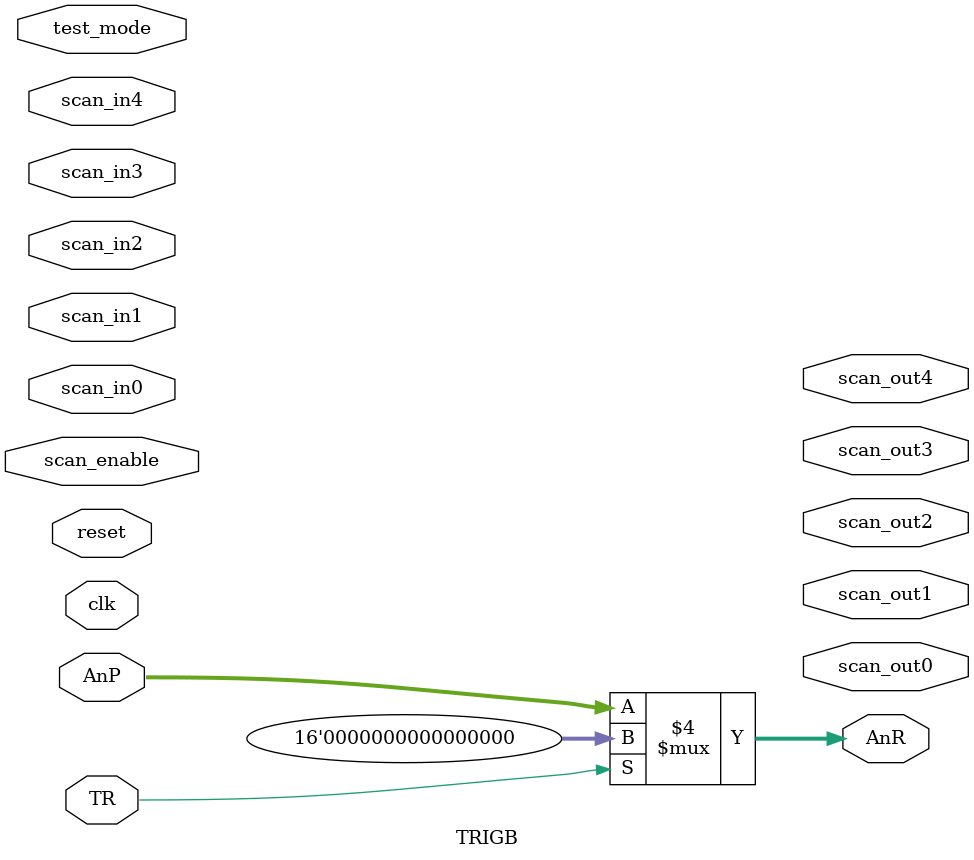
<source format=v>
/*

Description : Predictor trigger block

Author : Ghassan Dharb

Revision History :
//----------------------------------------------------------------------------------
2/16/16 - by Ghassan Dharb - Initial creation
2/17/16 - by Adam Steenkamer - Created an actual description, made some spacing uniform
//----------------------------------------------------------------------------------

*/

module TRIGB (
           reset,
           clk,
           scan_in0,
           scan_in1,
           scan_in2,
           scan_in3,
           scan_in4,
           scan_enable,
           test_mode,
           scan_out0,
           scan_out1,
           scan_out2,
           scan_out3,
           scan_out4,
           TR,
           AnP,
           AnR
       );

input
    reset,                      // system reset
    clk;                        // system clock

input
    scan_in0,                   // test scan mode data input
    scan_in1,                   // test scan mode data input
    scan_in2,                   // test scan mode data input
    scan_in3,                   // test scan mode data input
    scan_in4,                   // test scan mode data input
    scan_enable,                // test scan mode enable
    test_mode,                  // test mode 
    TR;

input [15:0] AnP;

output
    scan_out0,                  // test scan mode data output
    scan_out1,                  // test scan mode data output
    scan_out2,                  // test scan mode data output
    scan_out3,                  // test scan mode data output
    scan_out4;                  // test scan mode data output

output [15:0] AnR;
reg [15:0] AnR;

always @ (AnP, TR) begin
	if ( TR == 0) begin
		AnR = AnP;                   // equating AnR and AnP when TR = 0
	end else begin
		AnR = 0;                     // AnR will be 0 when TR = 1             
	end
end

endmodule // TRIGB

</source>
